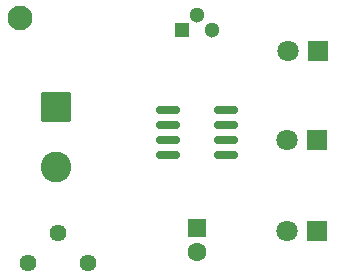
<source format=gbr>
%TF.GenerationSoftware,KiCad,Pcbnew,9.0.6*%
%TF.CreationDate,2025-11-19T17:00:06+08:00*%
%TF.ProjectId,LED-Dimmer,4c45442d-4469-46d6-9d65-722e6b696361,rev?*%
%TF.SameCoordinates,Original*%
%TF.FileFunction,Soldermask,Top*%
%TF.FilePolarity,Negative*%
%FSLAX46Y46*%
G04 Gerber Fmt 4.6, Leading zero omitted, Abs format (unit mm)*
G04 Created by KiCad (PCBNEW 9.0.6) date 2025-11-19 17:00:06*
%MOMM*%
%LPD*%
G01*
G04 APERTURE LIST*
G04 Aperture macros list*
%AMRoundRect*
0 Rectangle with rounded corners*
0 $1 Rounding radius*
0 $2 $3 $4 $5 $6 $7 $8 $9 X,Y pos of 4 corners*
0 Add a 4 corners polygon primitive as box body*
4,1,4,$2,$3,$4,$5,$6,$7,$8,$9,$2,$3,0*
0 Add four circle primitives for the rounded corners*
1,1,$1+$1,$2,$3*
1,1,$1+$1,$4,$5*
1,1,$1+$1,$6,$7*
1,1,$1+$1,$8,$9*
0 Add four rect primitives between the rounded corners*
20,1,$1+$1,$2,$3,$4,$5,0*
20,1,$1+$1,$4,$5,$6,$7,0*
20,1,$1+$1,$6,$7,$8,$9,0*
20,1,$1+$1,$8,$9,$2,$3,0*%
G04 Aperture macros list end*
%ADD10R,1.800000X1.800000*%
%ADD11C,1.800000*%
%ADD12RoundRect,0.150000X-0.825000X-0.150000X0.825000X-0.150000X0.825000X0.150000X-0.825000X0.150000X0*%
%ADD13C,1.440000*%
%ADD14RoundRect,0.250000X-1.050000X1.050000X-1.050000X-1.050000X1.050000X-1.050000X1.050000X1.050000X0*%
%ADD15C,2.600000*%
%ADD16C,2.100000*%
%ADD17R,1.300000X1.300000*%
%ADD18C,1.300000*%
%ADD19RoundRect,0.250000X-0.550000X0.550000X-0.550000X-0.550000X0.550000X-0.550000X0.550000X0.550000X0*%
%ADD20C,1.600000*%
G04 APERTURE END LIST*
D10*
%TO.C,D1*%
X247500000Y-77050000D03*
D11*
X244960000Y-77050000D03*
%TD*%
D10*
%TO.C,D3*%
X247450000Y-92280000D03*
D11*
X244910000Y-92280000D03*
%TD*%
D12*
%TO.C,U1*%
X234755000Y-82095000D03*
X234755000Y-83365000D03*
X234755000Y-84635000D03*
X234755000Y-85905000D03*
X239705000Y-85905000D03*
X239705000Y-84635000D03*
X239705000Y-83365000D03*
X239705000Y-82095000D03*
%TD*%
D13*
%TO.C,RV1*%
X222920000Y-95000000D03*
X225460000Y-92460000D03*
X228000000Y-95000000D03*
%TD*%
D14*
%TO.C,BT1*%
X225327500Y-81800000D03*
D15*
X225327500Y-86880000D03*
%TD*%
D10*
%TO.C,D2*%
X247450000Y-84610000D03*
D11*
X244910000Y-84610000D03*
%TD*%
D16*
%TO.C,H1*%
X222300000Y-74300000D03*
%TD*%
D17*
%TO.C,Q1*%
X235960000Y-75250000D03*
D18*
X237230000Y-73980000D03*
X238500000Y-75250000D03*
%TD*%
D19*
%TO.C,C1*%
X237230000Y-92044888D03*
D20*
X237230000Y-94044888D03*
%TD*%
M02*

</source>
